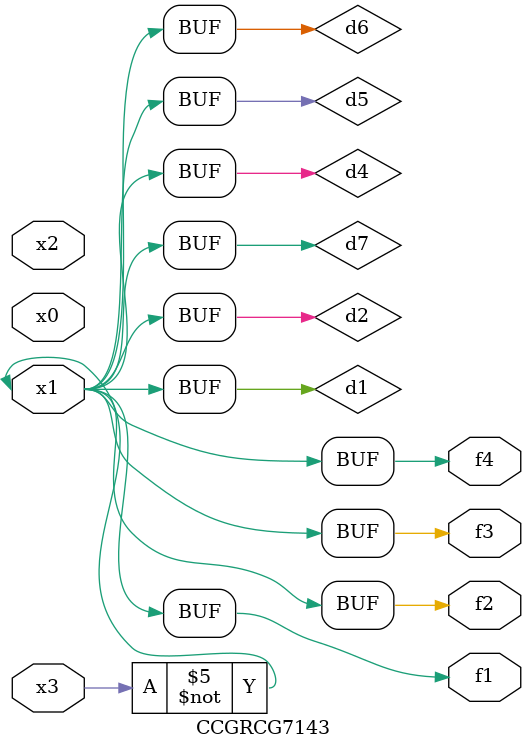
<source format=v>
module CCGRCG7143(
	input x0, x1, x2, x3,
	output f1, f2, f3, f4
);

	wire d1, d2, d3, d4, d5, d6, d7;

	not (d1, x3);
	buf (d2, x1);
	xnor (d3, d1, d2);
	nor (d4, d1);
	buf (d5, d1, d2);
	buf (d6, d4, d5);
	nand (d7, d4);
	assign f1 = d6;
	assign f2 = d7;
	assign f3 = d6;
	assign f4 = d6;
endmodule

</source>
